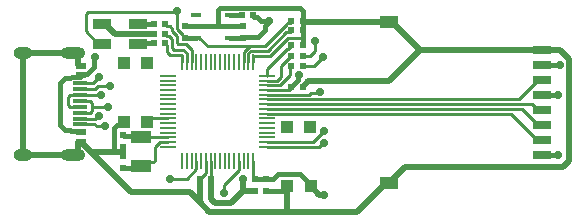
<source format=gtl>
G04*
G04 #@! TF.GenerationSoftware,Altium Limited,Altium Designer,21.1.1 (26)*
G04*
G04 Layer_Physical_Order=1*
G04 Layer_Color=255*
%FSLAX44Y44*%
%MOMM*%
G71*
G04*
G04 #@! TF.SameCoordinates,6E758193-3902-4676-B705-CF05A6FE81D6*
G04*
G04*
G04 #@! TF.FilePolarity,Positive*
G04*
G01*
G75*
%ADD10R,1.5000X0.8000*%
%ADD11R,1.5000X1.0000*%
%ADD12R,1.0000X1.0000*%
%ADD13R,1.0000X1.0000*%
%ADD14R,1.8000X1.0000*%
%ADD15R,0.6000X0.5000*%
%ADD16R,0.5000X0.6000*%
%ADD17R,0.9500X0.3800*%
%ADD18O,0.9500X0.3800*%
%ADD19O,0.2500X1.4000*%
%ADD20O,1.4000X0.2500*%
%ADD21R,1.5000X0.9000*%
%ADD22R,0.9500X0.6000*%
%ADD23R,1.1500X0.3000*%
%ADD24C,0.5080*%
%ADD25C,0.3810*%
%ADD26C,0.2794*%
%ADD27C,0.2286*%
%ADD28C,0.2540*%
%ADD29O,1.6000X1.0000*%
%ADD30O,2.1000X1.0000*%
%ADD31C,0.7000*%
D10*
X1666700Y569950D02*
D03*
Y557250D02*
D03*
Y544550D02*
D03*
Y531850D02*
D03*
Y519150D02*
D03*
Y506450D02*
D03*
Y493750D02*
D03*
Y481050D02*
D03*
D11*
X1536700Y457200D02*
D03*
Y593800D02*
D03*
D12*
X1312310Y559350D02*
D03*
X1332310Y509350D02*
D03*
X1450740Y504740D02*
D03*
X1470740Y454740D02*
D03*
D13*
X1331810Y559350D02*
D03*
X1312310Y509350D02*
D03*
X1470240Y504740D02*
D03*
X1450740Y454740D02*
D03*
D14*
X1327150Y496570D02*
D03*
Y471570D02*
D03*
D15*
X1311910Y497840D02*
D03*
Y487840D02*
D03*
Y469900D02*
D03*
Y479900D02*
D03*
X1423670Y461010D02*
D03*
Y451010D02*
D03*
X1432560Y461010D02*
D03*
Y451010D02*
D03*
X1413510Y580550D02*
D03*
Y590550D02*
D03*
X1363980Y580390D02*
D03*
Y590390D02*
D03*
D16*
X1386680Y461010D02*
D03*
X1376680D02*
D03*
X1454150Y538480D02*
D03*
X1464150D02*
D03*
Y556260D02*
D03*
X1454150D02*
D03*
X1464310Y565150D02*
D03*
X1454310D02*
D03*
Y574040D02*
D03*
X1464310D02*
D03*
X1454150Y586740D02*
D03*
X1464150D02*
D03*
X1454150Y594360D02*
D03*
X1464150D02*
D03*
X1412240Y599440D02*
D03*
X1422240D02*
D03*
X1347732Y575949D02*
D03*
X1337732D02*
D03*
X1347732Y583881D02*
D03*
X1337732D02*
D03*
X1347732Y591831D02*
D03*
X1337732D02*
D03*
D17*
X1402030Y580410D02*
D03*
D18*
Y590010D02*
D03*
Y599410D02*
D03*
X1373430Y580410D02*
D03*
Y599410D02*
D03*
D19*
X1361920Y560160D02*
D03*
X1365920D02*
D03*
X1369920D02*
D03*
X1373920D02*
D03*
X1377920D02*
D03*
X1381920D02*
D03*
X1385920D02*
D03*
X1389920D02*
D03*
X1393920D02*
D03*
X1397920D02*
D03*
X1401920D02*
D03*
X1405920D02*
D03*
X1409920D02*
D03*
X1413920D02*
D03*
X1417920D02*
D03*
X1421920D02*
D03*
Y476160D02*
D03*
X1417920D02*
D03*
X1413920D02*
D03*
X1409920D02*
D03*
X1405920D02*
D03*
X1401920D02*
D03*
X1397920D02*
D03*
X1393920D02*
D03*
X1389920D02*
D03*
X1385920D02*
D03*
X1381920D02*
D03*
X1377920D02*
D03*
X1373920D02*
D03*
X1369920D02*
D03*
X1365920D02*
D03*
X1361920D02*
D03*
D20*
X1433920Y548160D02*
D03*
Y544160D02*
D03*
Y540160D02*
D03*
Y536160D02*
D03*
Y532160D02*
D03*
Y528160D02*
D03*
Y524160D02*
D03*
Y520160D02*
D03*
Y516160D02*
D03*
Y512160D02*
D03*
Y508160D02*
D03*
Y504160D02*
D03*
Y500160D02*
D03*
Y496160D02*
D03*
Y492160D02*
D03*
Y488160D02*
D03*
X1349920D02*
D03*
Y492160D02*
D03*
Y496160D02*
D03*
Y500160D02*
D03*
Y504160D02*
D03*
Y508160D02*
D03*
Y512160D02*
D03*
Y516160D02*
D03*
Y520160D02*
D03*
Y524160D02*
D03*
Y528160D02*
D03*
Y532160D02*
D03*
Y536160D02*
D03*
Y540160D02*
D03*
Y544160D02*
D03*
Y548160D02*
D03*
D21*
X1324610Y592310D02*
D03*
Y575310D02*
D03*
X1293610Y592310D02*
D03*
Y575310D02*
D03*
D22*
X1276080Y492470D02*
D03*
Y500470D02*
D03*
Y556470D02*
D03*
Y548470D02*
D03*
D23*
X1275080Y506970D02*
D03*
Y511970D02*
D03*
Y516970D02*
D03*
Y521970D02*
D03*
Y526970D02*
D03*
Y531970D02*
D03*
Y536970D02*
D03*
Y541970D02*
D03*
D24*
X1689100Y476250D02*
Y562610D01*
X1681760Y569950D02*
X1689100Y562610D01*
X1563050Y569950D02*
X1681760D01*
X1550670Y471170D02*
X1684020D01*
X1689100Y476250D01*
X1368226Y449580D02*
X1376680Y441126D01*
X1386680Y443666D02*
Y461010D01*
X1389656Y440690D02*
X1403350D01*
X1386680Y443666D02*
X1389656Y440690D01*
X1403350D02*
X1413630Y450970D01*
X1451610Y433070D02*
X1510070D01*
X1384736D02*
X1451610D01*
X1450740Y433940D02*
X1451610Y433070D01*
X1450740Y433940D02*
Y453790D01*
X1510070Y433070D02*
X1534200Y457200D01*
X1376680Y441126D02*
X1384736Y433070D01*
X1376680Y441126D02*
Y461010D01*
X1413510D02*
X1413630Y460890D01*
Y450970D02*
Y460890D01*
X1423630Y450970D02*
X1423670Y451010D01*
X1413630Y450970D02*
X1423630D01*
X1450740Y453790D02*
Y454740D01*
X1481523Y447607D02*
X1481891Y447239D01*
X1477873Y447607D02*
X1481523D01*
X1470740Y454740D02*
X1477873Y447607D01*
X1468810Y543560D02*
X1536660D01*
X1563050Y569950D01*
X1464150Y538900D02*
X1468810Y543560D01*
X1464150Y538480D02*
Y538900D01*
X1464310Y594520D02*
X1465030Y593800D01*
X1536700D01*
X1539200D02*
X1563050Y569950D01*
X1536700Y593800D02*
X1539200D01*
X1536700Y457200D02*
X1550670Y471170D01*
X1534200Y457200D02*
X1536700D01*
X1278290Y490260D02*
X1318970Y449580D01*
X1368226D01*
X1278290Y490260D02*
Y492010D01*
X1277830Y492470D02*
X1278290Y492010D01*
X1274330Y492470D02*
X1277830D01*
X1305890Y483870D02*
X1311910D01*
Y487840D01*
Y479900D02*
Y483870D01*
X1286430D02*
X1305890D01*
X1273870Y556930D02*
Y565447D01*
Y556930D02*
X1274330Y556470D01*
X1276080D01*
X1269280Y567720D02*
X1271597D01*
X1273870Y565447D01*
X1227480Y567720D02*
X1269280D01*
X1227480Y481220D02*
Y567720D01*
Y481220D02*
X1269280D01*
X1273870Y483493D02*
Y492010D01*
X1271597Y481220D02*
X1273870Y483493D01*
Y492010D02*
X1274330Y492470D01*
X1269280Y481220D02*
X1271597D01*
X1293610Y592310D02*
X1296610D01*
X1305039Y583881D01*
X1337732D01*
D25*
X1666840Y557390D02*
X1681340D01*
X1681480Y557530D01*
X1435100Y593497D02*
Y594360D01*
X1428957Y594970D02*
X1434490D01*
X1435100Y594360D01*
X1425582Y598345D02*
X1428957Y594970D01*
X1432293Y590690D02*
X1435100Y593497D01*
X1425908Y580911D02*
X1432293Y587297D01*
Y590690D01*
X1422835Y598345D02*
X1425582D01*
X1422240Y598940D02*
X1422835Y598345D01*
X1422240Y598940D02*
Y599440D01*
X1413871Y580911D02*
X1425908D01*
X1413510Y580550D02*
X1413871Y580911D01*
X1413510Y580550D02*
X1414010D01*
X1402035Y580405D02*
X1412225D01*
X1412240Y580390D01*
X1364355Y590015D02*
X1391920D01*
X1402025D01*
X1394152Y605790D02*
X1461770D01*
X1391920Y590015D02*
Y603558D01*
X1394152Y605790D01*
X1461770D02*
X1464310Y603250D01*
X1464230Y586740D02*
Y594280D01*
X1464150Y594360D02*
X1464230Y594280D01*
Y580390D02*
Y586740D01*
X1464150D02*
X1464230D01*
X1432060Y451010D02*
X1447960D01*
X1464230Y574120D02*
X1464310Y574040D01*
X1464230Y574120D02*
Y580390D01*
X1464150Y594360D02*
X1464310Y594520D01*
Y603250D01*
X1447960Y451010D02*
X1450740Y453790D01*
X1680070Y481190D02*
X1680210Y481330D01*
X1666700Y481050D02*
X1666840Y481190D01*
X1680070D01*
X1666700Y557250D02*
X1666840Y557390D01*
X1287170Y563270D02*
X1287780Y563880D01*
X1277175Y549565D02*
X1281415D01*
X1287170Y555320D02*
Y563270D01*
X1281415Y549565D02*
X1287170Y555320D01*
X1274985Y547375D02*
X1277175Y549565D01*
X1461450Y464820D02*
X1471610Y454660D01*
X1363980Y580390D02*
X1370570D01*
X1370590Y580410D01*
X1373430D01*
X1258570Y506730D02*
X1262668Y502632D01*
X1267126D01*
X1268193Y501565D02*
X1274985D01*
X1267126Y502632D02*
X1268193Y501565D01*
X1258570Y506730D02*
Y542290D01*
X1268393Y547375D02*
X1274985D01*
X1267226Y546208D02*
X1268393Y547375D01*
X1258570Y542290D02*
X1262488Y546208D01*
X1267226D01*
X1274985Y501565D02*
X1276080Y500470D01*
X1304290Y485470D02*
Y504023D01*
X1306522Y506255D01*
X1309215D02*
X1312310Y509350D01*
X1306522Y506255D02*
X1309215D01*
X1423670Y461010D02*
X1432560D01*
X1680070Y531990D02*
X1680210Y532130D01*
X1666700Y531850D02*
X1666840Y531990D01*
X1680070D01*
X1454150Y538980D02*
X1459882Y544712D01*
X1454150Y538480D02*
Y538980D01*
X1459882Y548022D02*
X1460493Y548633D01*
X1459882Y544712D02*
Y548022D01*
X1337413Y575630D02*
X1337732Y575949D01*
X1337493Y592071D02*
X1337732Y591831D01*
X1324849Y592071D02*
X1337493D01*
X1324610Y592310D02*
X1324849Y592071D01*
X1324930Y575630D02*
X1337413D01*
X1324610Y575310D02*
X1324930Y575630D01*
X1402025Y590015D02*
X1402030Y590010D01*
X1363980Y590390D02*
X1364355Y590015D01*
X1402030Y590010D02*
X1402035Y590015D01*
X1412975D01*
X1413510Y590550D01*
X1402030Y580410D02*
X1402035Y580405D01*
X1402030Y599410D02*
X1404870D01*
X1404900Y599440D02*
X1412240D01*
X1404870Y599410D02*
X1404900Y599440D01*
X1438910Y461010D02*
X1442720Y464820D01*
X1461450D01*
X1432560Y461010D02*
X1438910D01*
X1304290Y485470D02*
X1305890Y483870D01*
X1326075Y470495D02*
X1327150Y471570D01*
X1311910Y469900D02*
X1312505Y470495D01*
X1326075D01*
X1326475Y497245D02*
X1327150Y496570D01*
X1311910Y497840D02*
X1312505Y497245D01*
X1326475D01*
D26*
X1280160Y585760D02*
X1290610Y575310D01*
X1280160Y600343D02*
X1281797Y601980D01*
X1353890D01*
X1280160Y585760D02*
Y600343D01*
X1356825Y602445D02*
X1357630Y603250D01*
X1354355Y602445D02*
X1356825D01*
X1353890Y601980D02*
X1354355Y602445D01*
X1290610Y575310D02*
X1293610D01*
X1357464Y587635D02*
Y603083D01*
X1473835Y556895D02*
X1480820Y563880D01*
X1474470Y569327D02*
Y577377D01*
X1470293Y565150D02*
X1474470Y569327D01*
X1357464Y587635D02*
X1362377Y582721D01*
Y581493D02*
X1363480Y580390D01*
X1363980D01*
X1362377Y581493D02*
Y582721D01*
X1464310Y565150D02*
X1470293D01*
X1464150Y556260D02*
X1464785Y556895D01*
X1473835D01*
X1289092Y505735D02*
X1296945D01*
X1275080Y506970D02*
X1287857D01*
X1289092Y505735D01*
X1264920Y523710D02*
Y530230D01*
X1266557Y531867D02*
X1274977D01*
X1275080Y531970D02*
X1275160Y532050D01*
X1274977Y531867D02*
X1275080Y531970D01*
X1264920Y530230D02*
X1266557Y531867D01*
X1264920Y523710D02*
X1266557Y522073D01*
X1274977D01*
X1288072Y511970D02*
X1290452Y514350D01*
X1291590D01*
X1275080Y511970D02*
X1288072D01*
X1285240Y521918D02*
X1299158D01*
X1292780Y532050D02*
X1292860Y532130D01*
X1275160Y532050D02*
X1292780D01*
X1285240Y521918D02*
Y525230D01*
Y518607D02*
Y521918D01*
X1275183Y526867D02*
X1283603D01*
Y516970D02*
X1285240Y518607D01*
X1275080Y516970D02*
X1283603D01*
Y526867D02*
X1285240Y525230D01*
X1275080Y526970D02*
X1275183Y526867D01*
X1274977Y522073D02*
X1275080Y521970D01*
X1286113Y541970D02*
X1291513Y547370D01*
X1275080Y541970D02*
X1286113D01*
X1291513Y547370D02*
X1291590D01*
X1287708Y536970D02*
X1290488Y539750D01*
X1300480D01*
X1275080Y536970D02*
X1287708D01*
D27*
X1397000Y448948D02*
Y455930D01*
X1409879Y468809D02*
Y476119D01*
X1409920Y476160D01*
X1397000Y455930D02*
X1409879Y468809D01*
X1480814Y491490D02*
X1482090D01*
X1477484Y488160D02*
X1480814Y491490D01*
X1385961Y461729D02*
Y476119D01*
Y461729D02*
X1386680Y461010D01*
X1385920Y476160D02*
X1385961Y476119D01*
X1659853Y496607D02*
X1663843D01*
X1666700Y493750D01*
X1640300Y516160D02*
X1659853Y496607D01*
X1433920Y516160D02*
X1640300D01*
X1353286Y585777D02*
X1357172Y581892D01*
X1351306Y589974D02*
X1353286Y587994D01*
Y585777D02*
Y587994D01*
X1349089Y589974D02*
X1351306D01*
X1347732Y591331D02*
X1349089Y589974D01*
X1357172Y576135D02*
Y581892D01*
X1353430Y571612D02*
Y579164D01*
X1354769Y570273D02*
X1362737D01*
X1365879Y567131D01*
X1353430Y571612D02*
X1354769Y570273D01*
X1349089Y568611D02*
X1351760Y565940D01*
X1361821D01*
X1361920Y560160D02*
Y565841D01*
X1361821Y565940D02*
X1361920Y565841D01*
X1365879Y560201D02*
Y567131D01*
Y560201D02*
X1365920Y560160D01*
X1350570Y582024D02*
X1353430Y579164D01*
X1349089Y582024D02*
X1350570D01*
X1347732Y583381D02*
X1349089Y582024D01*
Y568611D02*
Y574592D01*
X1433920Y488160D02*
X1477484D01*
X1472600Y492160D02*
X1482090Y501650D01*
X1433920Y492160D02*
X1472600D01*
X1451747Y580390D02*
X1464230D01*
X1649490Y520160D02*
X1663200Y506450D01*
X1658190Y524160D02*
X1663200Y519150D01*
X1433920Y528160D02*
X1646810D01*
X1433920Y520160D02*
X1649490D01*
X1663200Y519150D02*
X1666700D01*
X1433920Y524160D02*
X1658190D01*
X1357172Y576135D02*
X1358511Y574796D01*
X1364747D02*
X1369920Y569623D01*
X1358511Y574796D02*
X1364747D01*
X1369920Y560160D02*
Y569623D01*
X1646810Y528160D02*
X1663200Y544550D01*
X1347732Y575949D02*
X1349089Y574592D01*
X1347732Y583381D02*
Y583881D01*
Y591331D02*
Y591831D01*
X1383561Y573129D02*
X1418930D01*
X1373430Y580410D02*
X1376280D01*
X1383561Y573129D01*
X1413920Y560160D02*
Y568119D01*
X1418930Y573129D01*
X1421920Y564668D02*
X1422019Y564767D01*
X1436125D02*
X1451747Y580390D01*
X1422019Y564767D02*
X1436125D01*
X1421920Y560160D02*
Y564668D01*
X1450650Y592153D02*
X1450673D01*
X1449237Y590740D02*
X1450650Y592153D01*
X1452793Y592503D02*
X1454150Y593860D01*
Y586290D02*
Y586740D01*
X1434820Y569573D02*
X1450180Y584933D01*
X1431649Y573129D02*
X1449237Y590717D01*
X1418930Y573129D02*
X1431649D01*
X1420403Y569573D02*
X1434820D01*
X1417961Y567131D02*
X1420403Y569573D01*
X1451023Y592503D02*
X1452793D01*
Y584933D02*
X1454150Y586290D01*
X1450180Y584933D02*
X1452793D01*
X1449237Y590717D02*
Y590740D01*
X1454150Y593860D02*
Y594360D01*
X1450673Y592153D02*
X1451023Y592503D01*
X1417961Y560201D02*
Y567131D01*
X1417920Y560160D02*
X1417961Y560201D01*
X1421920Y462367D02*
Y476160D01*
X1663200Y544550D02*
X1666700D01*
X1663200Y506450D02*
X1666700D01*
X1452793Y548553D02*
Y554903D01*
X1444441Y540201D02*
X1452793Y548553D01*
X1433961Y540201D02*
X1444441D01*
X1445771Y547471D02*
Y556793D01*
X1442501Y544201D02*
X1445771Y547471D01*
X1433961Y544201D02*
X1442501D01*
X1433920Y548160D02*
Y553672D01*
X1450811Y570563D01*
X1451333D02*
X1454310Y573540D01*
X1450811Y570563D02*
X1451333D01*
X1433920Y540160D02*
X1433961Y540201D01*
X1454310Y573540D02*
Y574040D01*
Y564650D02*
Y565150D01*
X1452953Y563293D02*
X1454310Y564650D01*
X1452271Y563293D02*
X1452953D01*
X1445771Y556793D02*
X1452271Y563293D01*
X1433920Y544160D02*
X1433961Y544201D01*
X1452793Y554903D02*
X1454150Y556260D01*
X1452330Y536160D02*
X1454150Y537980D01*
Y538480D01*
X1433920Y536160D02*
X1452330D01*
X1335120Y512160D02*
X1349920D01*
X1332310Y509350D02*
X1335120Y512160D01*
X1381920Y466250D02*
Y476160D01*
X1378537Y462867D02*
X1381920Y466250D01*
D28*
X1477427Y533817D02*
X1478280Y534670D01*
X1471357Y533817D02*
X1477427D01*
X1469700Y532160D02*
X1471357Y533817D01*
X1433920Y532160D02*
X1469700D01*
X1351280Y461010D02*
X1365880D01*
X1373900Y469030D01*
Y476140D01*
X1373920Y476160D01*
X1327150Y496570D02*
X1327560Y496160D01*
X1349920D01*
X1330880Y475300D02*
X1337630D01*
X1338580Y476250D01*
X1327150Y471570D02*
X1330880Y475300D01*
X1338580Y487930D02*
X1342790Y492140D01*
X1349900D02*
X1349920Y492160D01*
X1342790Y492140D02*
X1349900D01*
X1338580Y476250D02*
Y487930D01*
D29*
X1227480Y481220D02*
D03*
Y567720D02*
D03*
D30*
X1269280Y481220D02*
D03*
Y567720D02*
D03*
D31*
X1681480Y557530D02*
D03*
X1397000Y448948D02*
D03*
X1482090Y491490D02*
D03*
X1435100Y594360D02*
D03*
X1357630Y603250D02*
D03*
X1480820Y563880D02*
D03*
X1478280Y534670D02*
D03*
X1413510Y461010D02*
D03*
X1481891Y447239D02*
D03*
X1474470Y577377D02*
D03*
X1482090Y501650D02*
D03*
X1680210Y481330D02*
D03*
X1351280Y461010D02*
D03*
X1287780Y563880D02*
D03*
X1296945Y505735D02*
D03*
X1291590Y514350D02*
D03*
X1299158Y521918D02*
D03*
X1292860Y532130D02*
D03*
X1291590Y547370D02*
D03*
X1300480Y539750D02*
D03*
X1680210Y532130D02*
D03*
X1460493Y548633D02*
D03*
M02*

</source>
